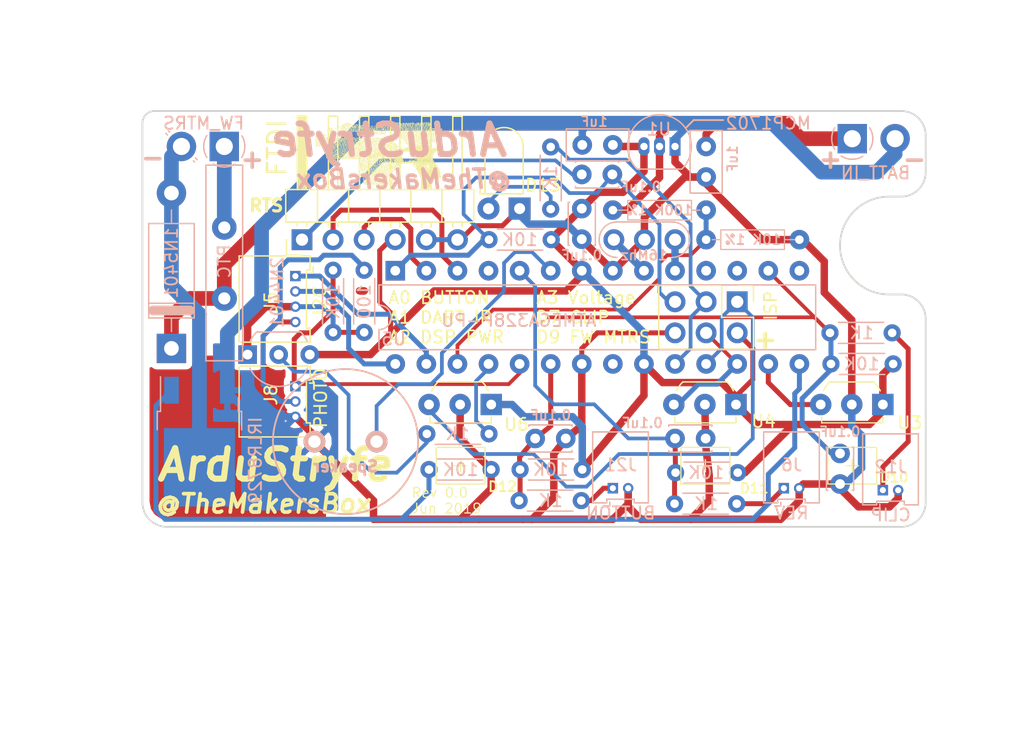
<source format=kicad_pcb>
(kicad_pcb (version 4) (host pcbnew 4.0.7)
  (title_block (date "lun. 30 mars 2015"))
  (layers (0 F.Cu signal) (31 B.Cu signal) (34 B.Paste user) (35 F.Paste user) (36 B.SilkS user) (37 F.SilkS user) (38 B.Mask user) (39 F.Mask user) (44 Edge.Cuts user))
  (net 0 "")
  (net 1 /Reset)
  (net 2 GND)
  (net 3 /A0)
  (net 4 /A1)
  (net 5 /A2)
  (net 6 /A3)
  (net 7 /AREF)
  (net 8 "/A4(SDA)")
  (net 9 "/A5(SCL)")
  (net 10 "/9(**)")
  (net 11 /8)
  (net 12 /7)
  (net 13 "/6(**)")
  (net 14 "/5(**)")
  (net 15 /4)
  (net 16 "/3(**)")
  (net 17 /2)
  (net 18 "/13(SCK)")
  (net 19 "/12(MISO)")
  (net 20 VCC)
  (net 21 "Net-(D2-Pad2)")
  (net 22 "Net-(U5-Pad9)")
  (net 23 "Net-(U5-Pad10)")
  (net 24 "/11(MOSI)")
  (net 25 "/10(SS)")
  (net 26 "/0(Rx)")
  (net 27 "/1(Tx)")
  (net 28 /#RTS)
  (net 29 "Net-(J6-Pad1)")
  (net 30 "Net-(J21-Pad1)")
  (net 31 "Net-(J8-Pad2)")
  (net 32 "Net-(F1-Pad2)")
  (net 33 /BATT)
  (net 34 "Net-(J12-Pad1)")
  (net 35 "Net-(Q3-Pad2)")
  (net 36 "Net-(J5-Pad3)")
  (net 37 "Net-(D1-Pad2)")
  (module Wire_Pads:SolderWirePad_single_2-5mmDrill (layer F.Cu) (at 46.998 82.365)
    (fp_text reference J14 hide)
    (fp_text value NPTH)
    (pad "" np_thru_hole circle (at 0 0) (size 3 3) (drill 3) (layers *.Cu *.Mask))
  )
  (module footprints:DIP-28_W7.62mm (layer B.Cu) (at 57.658 98.425 270)
    (fp_text reference U5 (at 5.588 0.127 540) (layer B.SilkS) (effects (justify mirror)))
    (fp_text value ATMEGA328P-PU (at 4.064 -10.0965 540) (layer B.SilkS) (effects (justify mirror)))
    (pad 1 thru_hole rect (at 0 0 270) (size 1.6 1.6) (drill 0.8) (layers *.Cu *.Mask) (net 1 /Reset))
    (pad 15 thru_hole oval (at 7.62 -33.02 270) (size 1.6 1.6) (drill 0.8) (layers *.Cu *.Mask) (net 10 "/9(**)"))
    (pad 2 thru_hole oval (at 0 -2.54 270) (size 1.6 1.6) (drill 0.8) (layers *.Cu *.Mask) (net 26 "/0(Rx)"))
    (pad 16 thru_hole oval (at 7.62 -30.48 270) (size 1.6 1.6) (drill 0.8) (layers *.Cu *.Mask) (net 25 "/10(SS)"))
    (pad 3 thru_hole oval (at 0 -5.08 270) (size 1.6 1.6) (drill 0.8) (layers *.Cu *.Mask) (net 27 "/1(Tx)"))
    (pad 17 thru_hole oval (at 7.62 -27.94 270) (size 1.6 1.6) (drill 0.8) (layers *.Cu *.Mask) (net 24 "/11(MOSI)"))
    (pad 4 thru_hole oval (at 0 -7.62 270) (size 1.6 1.6) (drill 0.8) (layers *.Cu *.Mask) (net 17 /2))
    (pad 18 thru_hole oval (at 7.62 -25.4 270) (size 1.6 1.6) (drill 0.8) (layers *.Cu *.Mask) (net 19 "/12(MISO)"))
    (pad 5 thru_hole oval (at 0 -10.16 270) (size 1.6 1.6) (drill 0.8) (layers *.Cu *.Mask) (net 16 "/3(**)"))
    (pad 19 thru_hole oval (at 7.62 -22.86 270) (size 1.6 1.6) (drill 0.8) (layers *.Cu *.Mask) (net 18 "/13(SCK)"))
    (pad 6 thru_hole oval (at 0 -12.7 270) (size 1.6 1.6) (drill 0.8) (layers *.Cu *.Mask) (net 15 /4))
    (pad 20 thru_hole oval (at 7.62 -20.32 270) (size 1.6 1.6) (drill 0.8) (layers *.Cu *.Mask) (net 20 VCC))
    (pad 7 thru_hole oval (at 0 -15.24 270) (size 1.6 1.6) (drill 0.8) (layers *.Cu *.Mask) (net 20 VCC))
    (pad 21 thru_hole oval (at 7.62 -17.78 270) (size 1.6 1.6) (drill 0.8) (layers *.Cu *.Mask) (net 7 /AREF))
    (pad 8 thru_hole oval (at 0 -17.78 270) (size 1.6 1.6) (drill 0.8) (layers *.Cu *.Mask) (net 2 GND))
    (pad 22 thru_hole oval (at 7.62 -15.24 270) (size 1.6 1.6) (drill 0.8) (layers *.Cu *.Mask) (net 2 GND))
    (pad 9 thru_hole oval (at 0 -20.32 270) (size 1.6 1.6) (drill 0.8) (layers *.Cu *.Mask) (net 22 "Net-(U5-Pad9)"))
    (pad 23 thru_hole oval (at 7.62 -12.7 270) (size 1.6 1.6) (drill 0.8) (layers *.Cu *.Mask) (net 3 /A0))
    (pad 10 thru_hole oval (at 0 -22.86 270) (size 1.6 1.6) (drill 0.8) (layers *.Cu *.Mask) (net 23 "Net-(U5-Pad10)"))
    (pad 24 thru_hole oval (at 7.62 -10.16 270) (size 1.6 1.6) (drill 0.8) (layers *.Cu *.Mask) (net 4 /A1))
    (pad 11 thru_hole oval (at 0 -25.4 270) (size 1.6 1.6) (drill 0.8) (layers *.Cu *.Mask) (net 14 "/5(**)"))
    (pad 25 thru_hole oval (at 7.62 -7.62 270) (size 1.6 1.6) (drill 0.8) (layers *.Cu *.Mask) (net 5 /A2))
    (pad 12 thru_hole oval (at 0 -27.94 270) (size 1.6 1.6) (drill 0.8) (layers *.Cu *.Mask) (net 13 "/6(**)"))
    (pad 26 thru_hole oval (at 7.62 -5.08 270) (size 1.6 1.6) (drill 0.8) (layers *.Cu *.Mask) (net 6 /A3))
    (pad 13 thru_hole oval (at 0 -30.48 270) (size 1.6 1.6) (drill 0.8) (layers *.Cu *.Mask) (net 12 /7))
    (pad 27 thru_hole oval (at 7.62 -2.54 270) (size 1.6 1.6) (drill 0.8) (layers *.Cu *.Mask) (net 8 "/A4(SDA)"))
    (pad 14 thru_hole oval (at 0 -33.02 270) (size 1.6 1.6) (drill 0.8) (layers *.Cu *.Mask) (net 11 /8))
    (pad 28 thru_hole oval (at 7.62 0 270) (size 1.6 1.6) (drill 0.8) (layers *.Cu *.Mask) (net 9 "/A5(SCL)"))
  )
  (module footprints:TerminalBlock_P3.50mm_Horizontal (layer B.Cu) (at 94.998 87.63)
    (fp_text reference J2 hide)
    (fp_text value BATT_IN (at 1.903 2.794 180) (layer B.SilkS) (effects (justify mirror)))
    (pad 1 thru_hole rect (at 0 0) (size 2.4 2.4) (drill 1.4) (layers *.Cu *.Mask) (net 33 /BATT))
    (pad 2 thru_hole circle (at 3.5 0) (size 2.4 2.4) (drill 1.4) (layers *.Cu *.Mask) (net 2 GND))
  )
  (module footprints:TerminalBlock_P3.50mm_Horizontal (layer B.Cu) (at 43.688 88.265 180)
    (fp_text reference J9 hide)
    (fp_text value FW_MTRS (at 1.69 1.9 360) (layer B.SilkS) (effects (justify mirror)))
    (pad 1 thru_hole rect (at 0 0 180) (size 2.4 2.4) (drill 1.4) (layers *.Cu *.Mask) (net 32 "Net-(F1-Pad2)"))
    (pad 2 thru_hole circle (at 3.5 0 180) (size 2.4 2.4) (drill 1.4) (layers *.Cu *.Mask) (net 37 "Net-(D1-Pad2)"))
  )
  (module footprints:Resonator-3pin_w7.0mm_h2.5mm (layer B.Cu) (at 80.518 95.885 180)
    (fp_text reference Y1 hide)
    (fp_text value 16Mhz (at 2.54 -1.27 180) (layer B.SilkS) (effects (font (size 0.8 0.8)) (justify mirror)))
    (pad 1 thru_hole circle (at 0 0 180) (size 1.7 1.7) (drill 1) (layers *.Cu *.Mask) (net 23 "Net-(U5-Pad10)"))
    (pad 2 thru_hole circle (at 2.5 0 180) (size 1.7 1.7) (drill 1) (layers *.Cu *.Mask) (net 2 GND))
    (pad 3 thru_hole circle (at 5 0 180) (size 1.7 1.7) (drill 1) (layers *.Cu *.Mask) (net 22 "Net-(U5-Pad9)"))
  )
  (module footprints:D_DO-15_P12.70mm_Horizontal (layer B.Cu) (at 39.37 104.775 90)
    (fp_text reference D1 hide)
    (fp_text value 1N5401 (at 6.985 0 90) (layer B.SilkS) (effects (justify mirror)))
    (pad 1 thru_hole rect (at 0 0 90) (size 2.4 2.4) (drill 1.2) (layers *.Cu *.Mask) (net 33 /BATT))
    (pad 2 thru_hole oval (at 12.7 0 90) (size 2.4 2.4) (drill 1.2) (layers *.Cu *.Mask) (net 37 "Net-(D1-Pad2)"))
  )
  (module Wire_Pads:SolderWirePad_single_2-5mmDrill (layer F.Cu) (at 86.998 91.365)
    (fp_text reference J14 hide)
    (fp_text value NPTH)
    (pad "" np_thru_hole circle (at 0 0) (size 3 3) (drill 3) (layers *.Cu *.Mask))
  )
  (module footprints:Hall_Sensor (layer F.Cu) (at 97.498 109.365 180)
    (fp_text reference U3 (at -2.197 -1.506 360) (layer F.SilkS))
    (fp_text value "HALL SENSOR" hide)
    (pad 3 thru_hole circle (at 5.08 0 270) (size 1.75 1.75) (drill 0.8) (layers *.Cu *.Mask) (net 25 "/10(SS)"))
    (pad 2 thru_hole circle (at 2.54 0 270) (size 1.75 1.75) (drill 0.8) (layers *.Cu *.Mask) (net 2 GND))
    (pad 1 thru_hole rect (at 0 0 270) (size 1.75 1.75) (drill 0.8) (layers *.Cu *.Mask) (net 20 VCC))
  )
  (module footprints:SPEAKER (layer B.Cu) (at 53.594 112.395 90)
    (fp_text reference LS1 hide)
    (fp_text value Speaker (at -2.032 0 180) (layer B.SilkS) (effects (font (size 0.889 0.889) (thickness 0.22225)) (justify mirror)))
    (pad 2 thru_hole circle (at 0 -2.54 90) (size 1.778 1.778) (drill 1.016) (layers *.Cu *.Mask B.SilkS) (net 2 GND))
    (pad 1 thru_hole circle (at 0 2.54 90) (size 1.778 1.778) (drill 1.016) (layers *.Cu *.Mask B.SilkS) (net 15 /4))
  )
  (module footprints:R__P5.08mm (layer B.Cu) (at 95.758 106.045)
    (fp_text reference R10 hide)
    (fp_text value 10K (at 0 0) (layer B.SilkS) (effects (justify mirror)))
    (pad 1 thru_hole circle (at -2.5 0) (size 1.4 1.4) (drill 0.7) (layers *.Cu *.Mask) (net 12 /7))
    (pad 2 thru_hole oval (at 2.58 0) (size 1.4 1.4) (drill 0.7) (layers *.Cu *.Mask) (net 20 VCC))
  )
  (module footprints:R__P5.08mm (layer B.Cu) (at 83.058 114.935)
    (fp_text reference R6 hide)
    (fp_text value 10K (at 0 0) (layer B.SilkS) (effects (justify mirror)))
    (pad 1 thru_hole circle (at -2.5 0) (size 1.4 1.4) (drill 0.7) (layers *.Cu *.Mask) (net 16 "/3(**)"))
    (pad 2 thru_hole oval (at 2.58 0) (size 1.4 1.4) (drill 0.7) (layers *.Cu *.Mask) (net 20 VCC))
  )
  (module footprints:R__P5.08mm (layer B.Cu) (at 95.758 103.505 180)
    (fp_text reference R11 hide)
    (fp_text value 1K (at 0 0 180) (layer B.SilkS) (effects (justify mirror)))
    (pad 1 thru_hole circle (at -2.5 0 180) (size 1.4 1.4) (drill 0.7) (layers *.Cu *.Mask) (net 34 "Net-(J12-Pad1)"))
    (pad 2 thru_hole oval (at 2.58 0 180) (size 1.4 1.4) (drill 0.7) (layers *.Cu *.Mask) (net 12 /7))
  )
  (module footprints:R__P5.08mm (layer B.Cu) (at 83.058 117.475 180)
    (fp_text reference R7 hide)
    (fp_text value 1K (at 0 0 180) (layer B.SilkS) (effects (justify mirror)))
    (pad 1 thru_hole circle (at -2.5 0 180) (size 1.4 1.4) (drill 0.7) (layers *.Cu *.Mask) (net 29 "Net-(J6-Pad1)"))
    (pad 2 thru_hole oval (at 2.58 0 180) (size 1.4 1.4) (drill 0.7) (layers *.Cu *.Mask) (net 16 "/3(**)"))
  )
  (module footprints:C_Disc_D5.0mm_W2.5mm_P2.50mm (layer B.Cu) (at 83.058 88.265 270)
    (fp_text reference C1 hide)
    (fp_text value 1uF (at 1.016 -2.159 270) (layer B.SilkS) (effects (font (size 0.8 0.8)) (justify mirror)))
    (pad 1 thru_hole circle (at 0 0 270) (size 1.6 1.6) (drill 0.8) (layers *.Cu *.Mask) (net 33 /BATT))
    (pad 2 thru_hole circle (at 2.5 0 270) (size 1.6 1.6) (drill 0.8) (layers *.Cu *.Mask) (net 2 GND))
  )
  (module footprints:C_Disc_D5.0mm_W2.5mm_P2.50mm (layer B.Cu) (at 75.438 88.138 180)
    (fp_text reference C4 hide)
    (fp_text value 1uF (at 1.524 1.905 180) (layer B.SilkS) (effects (font (size 0.8 0.8)) (justify mirror)))
    (pad 1 thru_hole circle (at 0 0 180) (size 1.6 1.6) (drill 0.8) (layers *.Cu *.Mask) (net 20 VCC))
    (pad 2 thru_hole circle (at 2.5 0 180) (size 1.6 1.6) (drill 0.8) (layers *.Cu *.Mask) (net 2 GND))
  )
  (module footprints:C_Disc_D3.4mm_W2.1mm_P2.50mm (layer B.Cu) (at 80.518 112.141)
    (fp_text reference C7 hide)
    (fp_text value 0.1uF (at -2.667 -1.27) (layer B.SilkS) (effects (font (size 0.8 0.8)) (justify mirror)))
    (pad 1 thru_hole circle (at 0 0) (size 1.6 1.6) (drill 0.8) (layers *.Cu *.Mask) (net 16 "/3(**)"))
    (pad 2 thru_hole circle (at 2.5 0) (size 1.6 1.6) (drill 0.8) (layers *.Cu *.Mask) (net 2 GND))
  )
  (module footprints:C_Disc_D3.4mm_W2.1mm_P2.50mm (layer B.Cu) (at 93.998 113.365 270)
    (fp_text reference C8 hide)
    (fp_text value 0.1uF (at -1.778 0 360) (layer B.SilkS) (effects (font (size 0.8 0.8)) (justify mirror)))
    (pad 1 thru_hole circle (at 0 0 270) (size 1.6 1.6) (drill 0.8) (layers *.Cu *.Mask) (net 12 /7))
    (pad 2 thru_hole circle (at 2.5 0 270) (size 1.6 1.6) (drill 0.8) (layers *.Cu *.Mask) (net 2 GND))
  )
  (module footprints:LED_D3.0mm_Horizontal_O1.27mm_Z10.0mm (layer F.Cu) (at 67.818 93.345 180)
    (fp_text reference D2 hide)
    (fp_text value D13 (at -1.905 1.905 180) (layer F.SilkS))
    (pad 1 thru_hole rect (at 0 0 180) (size 1.8 1.8) (drill 0.9) (layers *.Cu *.Mask) (net 2 GND))
    (pad 2 thru_hole circle (at 2.54 0 180) (size 1.8 1.8) (drill 0.9) (layers *.Cu *.Mask) (net 21 "Net-(D2-Pad2)"))
  )
  (module footprints:Molex_PicoBlade_53048-0210_02x1.25mm_Angled (layer B.Cu) (at 97.498 116.365)
    (fp_text reference J12 (at 0.635 -1.905) (layer B.SilkS) (effects (justify mirror)))
    (fp_text value CLIP (at 0.635 2.032) (layer B.SilkS) (effects (justify mirror)))
    (pad 1 thru_hole rect (at 0 0) (size 0.85 0.85) (drill 0.5) (layers *.Cu *.Mask) (net 34 "Net-(J12-Pad1)"))
    (pad 2 thru_hole circle (at 1.25 0) (size 0.85 0.85) (drill 0.5) (layers *.Cu *.Mask) (net 2 GND))
  )
  (module footprints:TO-92_Inline_Narrow_Oval (layer B.Cu) (at 80.518 88.265 180)
    (fp_text reference U1 (at 1.32 1.41 180) (layer B.SilkS) (effects (justify mirror)))
    (fp_text value MCP1702 (at -7.62 1.905 180) (layer B.SilkS) (effects (justify mirror)))
    (pad 2 thru_hole oval (at 1.27 0) (size 0.9 1.5) (drill 0.6) (layers *.Cu *.Mask) (net 33 /BATT))
    (pad 3 thru_hole oval (at 2.54 0) (size 0.9 1.5) (drill 0.6) (layers *.Cu *.Mask) (net 20 VCC))
    (pad 1 thru_hole rect (at 0 0) (size 0.9 1.5) (drill 0.6) (layers *.Cu *.Mask) (net 2 GND))
  )
  (module footprints:Molex_PicoBlade_53048-0410_04x1.25mm_Angled (layer F.Cu) (at 49.498 98.865 270)
    (fp_text reference J5 (at 2.1 2 270) (layer F.SilkS))
    (fp_text value I2C (at 2 -2 450) (layer F.SilkS))
    (pad 1 thru_hole rect (at 0 0 270) (size 0.85 0.85) (drill 0.5) (layers *.Cu *.Mask) (net 8 "/A4(SDA)"))
    (pad 2 thru_hole circle (at 1.25 0 270) (size 0.85 0.85) (drill 0.5) (layers *.Cu *.Mask) (net 9 "/A5(SCL)"))
    (pad 3 thru_hole circle (at 2.5 0 270) (size 0.85 0.85) (drill 0.5) (layers *.Cu *.Mask) (net 36 "Net-(J5-Pad3)"))
    (pad 4 thru_hole circle (at 3.75 0 270) (size 0.85 0.85) (drill 0.5) (layers *.Cu *.Mask) (net 2 GND))
  )
  (module footprints:C_Disc_D3.4mm_W2.1mm_P2.50mm (layer B.Cu) (at 72.898 93.345 270)
    (fp_text reference C5 hide)
    (fp_text value 0.1uF (at 3.81 0 360) (layer B.SilkS) (effects (font (size 0.8 0.8)) (justify mirror)))
    (pad 1 thru_hole circle (at 0 0 270) (size 1.6 1.6) (drill 0.8) (layers *.Cu *.Mask) (net 20 VCC))
    (pad 2 thru_hole circle (at 2.5 0 270) (size 1.6 1.6) (drill 0.8) (layers *.Cu *.Mask) (net 2 GND))
  )
  (module footprints:C_Disc_D3.4mm_W2.1mm_P2.50mm (layer B.Cu) (at 72.898 90.551)
    (fp_text reference C9 hide)
    (fp_text value 0.1uF (at 4.826 1.016 180) (layer B.SilkS) (effects (font (size 0.8 0.8)) (justify mirror)))
    (pad 1 thru_hole circle (at 0 0) (size 1.6 1.6) (drill 0.8) (layers *.Cu *.Mask) (net 28 /#RTS))
    (pad 2 thru_hole circle (at 2.5 0) (size 1.6 1.6) (drill 0.8) (layers *.Cu *.Mask) (net 1 /Reset))
  )
  (module footprints:R__P5.08mm (layer B.Cu) (at 67.818 95.885)
    (fp_text reference R17 hide)
    (fp_text value 10K (at 0 0) (layer B.SilkS) (effects (justify mirror)))
    (pad 1 thru_hole circle (at -2.5 0) (size 1.4 1.4) (drill 0.7) (layers *.Cu *.Mask) (net 1 /Reset))
    (pad 2 thru_hole oval (at 2.58 0) (size 1.4 1.4) (drill 0.7) (layers *.Cu *.Mask) (net 20 VCC))
  )
  (module footprints:C_Disc_D3.4mm_W2.1mm_P2.50mm (layer B.Cu) (at 69.088 112.141)
    (fp_text reference C10 hide)
    (fp_text value 0.1uF (at 1.27 -1.905) (layer B.SilkS) (effects (font (size 0.8 0.8)) (justify mirror)))
    (pad 1 thru_hole circle (at 0 0) (size 1.6 1.6) (drill 0.8) (layers *.Cu *.Mask) (net 3 /A0))
    (pad 2 thru_hole circle (at 2.5 0) (size 1.6 1.6) (drill 0.8) (layers *.Cu *.Mask) (net 2 GND))
  )
  (module footprints:R__P5.08mm (layer B.Cu) (at 70.358 117.221 180)
    (fp_text reference R18 hide)
    (fp_text value 1K (at 0 0 180) (layer B.SilkS) (effects (justify mirror)))
    (pad 1 thru_hole circle (at -2.5 0 180) (size 1.4 1.4) (drill 0.7) (layers *.Cu *.Mask) (net 30 "Net-(J21-Pad1)"))
    (pad 2 thru_hole oval (at 2.58 0 180) (size 1.4 1.4) (drill 0.7) (layers *.Cu *.Mask) (net 3 /A0))
  )
  (module footprints:R__P5.08mm (layer B.Cu) (at 70.358 114.681)
    (fp_text reference R19 hide)
    (fp_text value 10K (at 0 0) (layer B.SilkS) (effects (justify mirror)))
    (pad 1 thru_hole circle (at -2.5 0) (size 1.4 1.4) (drill 0.7) (layers *.Cu *.Mask) (net 3 /A0))
    (pad 2 thru_hole oval (at 2.58 0) (size 1.4 1.4) (drill 0.7) (layers *.Cu *.Mask) (net 20 VCC))
  )
  (module footprints:Hall_Sensor (layer F.Cu) (at 85.498 109.365 180)
    (fp_text reference U4 (at -2.259 -1.379 360) (layer F.SilkS))
    (fp_text value "HALL SENSOR" hide)
    (pad 3 thru_hole circle (at 5.08 0 270) (size 1.75 1.75) (drill 0.8) (layers *.Cu *.Mask) (net 24 "/11(MOSI)"))
    (pad 2 thru_hole circle (at 2.54 0 270) (size 1.75 1.75) (drill 0.8) (layers *.Cu *.Mask) (net 2 GND))
    (pad 1 thru_hole rect (at 0 0 270) (size 1.75 1.75) (drill 0.8) (layers *.Cu *.Mask) (net 20 VCC))
  )
  (module footprints:Hall_Sensor (layer F.Cu) (at 65.498 109.365 180)
    (fp_text reference U6 (at -2.066 -1.633 360) (layer F.SilkS))
    (fp_text value "HALL SENSOR" hide)
    (pad 3 thru_hole circle (at 5.08 0 270) (size 1.75 1.75) (drill 0.8) (layers *.Cu *.Mask) (net 19 "/12(MISO)"))
    (pad 2 thru_hole circle (at 2.54 0 270) (size 1.75 1.75) (drill 0.8) (layers *.Cu *.Mask) (net 2 GND))
    (pad 1 thru_hole rect (at 0 0 270) (size 1.75 1.75) (drill 0.8) (layers *.Cu *.Mask) (net 20 VCC))
  )
  (module footprints:R__P5.08mm (layer B.Cu) (at 52.578 100.965 90)
    (fp_text reference R20 hide)
    (fp_text value 10K (at 0 0 90) (layer B.SilkS) (effects (justify mirror)))
    (pad 1 thru_hole circle (at -2.5 0 90) (size 1.4 1.4) (drill 0.7) (layers *.Cu *.Mask) (net 36 "Net-(J5-Pad3)"))
    (pad 2 thru_hole oval (at 2.58 0 90) (size 1.4 1.4) (drill 0.7) (layers *.Cu *.Mask) (net 4 /A1))
  )
  (module footprints:R__P5.08mm (layer B.Cu) (at 55.118 100.965 90)
    (fp_text reference R21 hide)
    (fp_text value 100 (at 0 0 90) (layer B.SilkS) (effects (justify mirror)))
    (pad 1 thru_hole circle (at -2.5 0 90) (size 1.4 1.4) (drill 0.7) (layers *.Cu *.Mask) (net 36 "Net-(J5-Pad3)"))
    (pad 2 thru_hole oval (at 2.58 0 90) (size 1.4 1.4) (drill 0.7) (layers *.Cu *.Mask) (net 31 "Net-(J8-Pad2)"))
  )
  (module footprints:Pin_Header_Angled_1x06_Pitch2.54mm (layer F.Cu) (at 50.038 95.885 90)
    (fp_text reference J7 hide)
    (fp_text value FTDI)
    (pad 1 thru_hole rect (at 0 0 90) (size 1.7 1.7) (drill 1) (layers *.Cu *.Mask) (net 28 /#RTS))
    (pad 2 thru_hole oval (at 0 2.54 90) (size 1.7 1.7) (drill 1) (layers *.Cu *.Mask) (net 27 "/1(Tx)"))
    (pad 3 thru_hole oval (at 0 5.08 90) (size 1.7 1.7) (drill 1) (layers *.Cu *.Mask) (net 26 "/0(Rx)"))
    (pad 4 thru_hole oval (at 0 7.62 90) (size 1.7 1.7) (drill 1) (layers *.Cu *.Mask) (net 20 VCC))
    (pad 5 thru_hole oval (at 0 10.16 90) (size 1.7 1.7) (drill 1) (layers *.Cu *.Mask) (net 2 GND))
    (pad 6 thru_hole oval (at 0 12.7 90) (size 1.7 1.7) (drill 1) (layers *.Cu *.Mask) (net 2 GND))
  )
  (module footprints:Fuse_Littelfuse-LVR125 (layer B.Cu) (at 43.688 97.79 90)
    (fp_text reference F1 hide)
    (fp_text value PTC (at 0.127 0 90) (layer B.SilkS) (effects (justify mirror)))
    (pad 1 thru_hole circle (at -2.9 0 90) (size 2 2) (drill 1) (layers *.Cu *.Mask) (net 33 /BATT))
    (pad 2 thru_hole circle (at 2.9 0 90) (size 2 2) (drill 1) (layers *.Cu *.Mask) (net 32 "Net-(F1-Pad2)"))
  )
  (module footprints:Molex_PicoBlade_53048-0310_03x1.25mm_Angled (layer F.Cu) (at 49.498 107.865 270)
    (fp_text reference J8 (at 0.72 2 270) (layer F.SilkS))
    (fp_text value PHOTO (at 0.974 -2.064 270) (layer F.SilkS))
    (pad 1 thru_hole rect (at 0 0 270) (size 0.85 0.85) (drill 0.5) (layers *.Cu *.Mask) (net 4 /A1))
    (pad 2 thru_hole circle (at 1.25 0 270) (size 0.85 0.85) (drill 0.5) (layers *.Cu *.Mask) (net 31 "Net-(J8-Pad2)"))
    (pad 3 thru_hole circle (at 2.5 0 270) (size 0.85 0.85) (drill 0.5) (layers *.Cu *.Mask) (net 2 GND))
  )
  (module footprints:Molex_PicoBlade_53048-0210_02x1.25mm_Angled (layer B.Cu) (at 75.438 116.205)
    (fp_text reference J21 (at 0.635 -1.905) (layer B.SilkS) (effects (justify mirror)))
    (fp_text value BUTTON (at 0.635 2.032) (layer B.SilkS) (effects (justify mirror)))
    (pad 1 thru_hole rect (at 0 0) (size 0.85 0.85) (drill 0.5) (layers *.Cu *.Mask) (net 30 "Net-(J21-Pad1)"))
    (pad 2 thru_hole circle (at 1.25 0) (size 0.85 0.85) (drill 0.5) (layers *.Cu *.Mask) (net 2 GND))
  )
  (module footprints:Molex_PicoBlade_53048-0210_02x1.25mm_Angled (layer B.Cu) (at 89.408 116.205)
    (fp_text reference J6 (at 0.635 -1.905) (layer B.SilkS) (effects (justify mirror)))
    (fp_text value REV (at 0.635 2.032) (layer B.SilkS) (effects (justify mirror)))
    (pad 1 thru_hole rect (at 0 0) (size 0.85 0.85) (drill 0.5) (layers *.Cu *.Mask) (net 29 "Net-(J6-Pad1)"))
    (pad 2 thru_hole circle (at 1.25 0) (size 0.85 0.85) (drill 0.5) (layers *.Cu *.Mask) (net 2 GND))
  )
  (module footprints:R__P5.08mm (layer B.Cu) (at 70.358 90.805 270)
    (fp_text reference R2 hide)
    (fp_text value 1K (at 0 0 270) (layer B.SilkS) (effects (justify mirror)))
    (pad 1 thru_hole circle (at -2.5 0 270) (size 1.4 1.4) (drill 0.7) (layers *.Cu *.Mask) (net 18 "/13(SCK)"))
    (pad 2 thru_hole oval (at 2.58 0 270) (size 1.4 1.4) (drill 0.7) (layers *.Cu *.Mask) (net 21 "Net-(D2-Pad2)"))
  )
  (module footprints:R_7.5mm (layer B.Cu) (at 83.058 93.472 180)
    (fp_text reference R8)
    (fp_text value "100K 1%" (at 3.81 0 180) (layer B.SilkS) (effects (font (size 0.8 0.8)) (justify mirror)))
    (pad 1 thru_hole circle (at 0 0 180) (size 1.6 1.6) (drill 0.7) (layers *.Cu *.Mask) (net 6 /A3))
    (pad 2 thru_hole circle (at 7.62 0 180) (size 1.6 1.6) (drill 0.7) (layers *.Cu *.Mask) (net 33 /BATT))
  )
  (module footprints:R_7.5mm (layer B.Cu) (at 83.058 95.885)
    (fp_text reference R12)
    (fp_text value "10K 1%" (at 3.81 0) (layer B.SilkS) (effects (font (size 0.8 0.8)) (justify mirror)))
    (pad 1 thru_hole circle (at 0 0) (size 1.6 1.6) (drill 0.7) (layers *.Cu *.Mask) (net 6 /A3))
    (pad 2 thru_hole circle (at 7.62 0) (size 1.6 1.6) (drill 0.7) (layers *.Cu *.Mask) (net 2 GND))
  )
  (module footprints:R__P5.08mm (layer B.Cu) (at 62.992 114.681 180)
    (fp_text reference R9 hide)
    (fp_text value 10K (at 0 0 180) (layer B.SilkS) (effects (justify mirror)))
    (pad 1 thru_hole circle (at -2.5 0 180) (size 1.4 1.4) (drill 0.7) (layers *.Cu *.Mask) (net 2 GND))
    (pad 2 thru_hole oval (at 2.58 0 180) (size 1.4 1.4) (drill 0.7) (layers *.Cu *.Mask) (net 10 "/9(**)"))
  )
  (module footprints:R__P5.08mm (layer B.Cu) (at 62.738 111.76)
    (fp_text reference R1 hide)
    (fp_text value 1K (at 0 0) (layer B.SilkS) (effects (justify mirror)))
    (pad 1 thru_hole circle (at -2.5 0) (size 1.4 1.4) (drill 0.7) (layers *.Cu *.Mask) (net 35 "Net-(Q3-Pad2)"))
    (pad 2 thru_hole oval (at 2.58 0) (size 1.4 1.4) (drill 0.7) (layers *.Cu *.Mask) (net 5 /A2))
  )
  (module footprints:TO-252-3_TabPin2 (layer B.Cu) (at 41.656 112.395 270)
    (fp_text reference Q1 hide)
    (fp_text value IRLR8729 (at 1.524 -4.572 270) (layer B.SilkS) (effects (justify mirror)))
    (pad 1 smd rect (at -4.2 2.28 270) (size 2.2 1.2) (layers B.Cu B.Paste B.Mask) (net 10 "/9(**)"))
    (pad 3 smd rect (at -4.2 -2.28 270) (size 2.2 1.2) (layers B.Cu B.Paste B.Mask) (net 2 GND))
    (pad 2 smd rect (at 2.1 0 270) (size 6.4 5.8) (layers B.Cu B.Mask) (net 37 "Net-(D1-Pad2)"))
    (pad 2 smd rect (at 3.775 -1.525 270) (size 3.05 2.75) (layers B.Cu B.Paste) (net 37 "Net-(D1-Pad2)"))
    (pad 2 smd rect (at 0.425 1.525 270) (size 3.05 2.75) (layers B.Cu B.Paste) (net 37 "Net-(D1-Pad2)"))
    (pad 2 smd rect (at 3.775 1.525 270) (size 3.05 2.75) (layers B.Cu B.Paste) (net 37 "Net-(D1-Pad2)"))
    (pad 2 smd rect (at 0.425 -1.525 270) (size 3.05 2.75) (layers B.Cu B.Paste) (net 37 "Net-(D1-Pad2)"))
  )
  (module TO_SOT_Packages_THT:TO-92_Inline_Wide (layer B.Cu) (at 45.593 105.283)
    (fp_text reference Q3 hide)
    (fp_text value 2N4401 (at 2.413 -5.08 90) (layer B.SilkS) (effects (justify mirror)))
    (pad 2 thru_hole circle (at 2.54 0 270) (size 1.52 1.52) (drill 0.8) (layers *.Cu *.Mask) (net 35 "Net-(Q3-Pad2)"))
    (pad 3 thru_hole circle (at 5.08 0 270) (size 1.52 1.52) (drill 0.8) (layers *.Cu *.Mask) (net 20 VCC))
    (pad 1 thru_hole rect (at 0 0 270) (size 1.52 1.52) (drill 0.8) (layers *.Cu *.Mask) (net 36 "Net-(J5-Pad3)"))
  )
  (module footprints:stryfe (layer F.Cu) (at 56.388 89.027)
    (fp_text reference G*** hide)
    (fp_text value LOGO hide)
  )
  (module Pin_Headers:Pin_Header_Straight_2x03_Pitch2.54mm (layer F.Cu) (at 85.598 100.965 270)
    (fp_text reference CON1 hide)
    (fp_text value ISP (at 0.3175 -2.7305 270) (layer F.SilkS))
    (pad 1 thru_hole rect (at 0 0 270) (size 1.7 1.7) (drill 1) (layers *.Cu *.Mask) (net 19 "/12(MISO)"))
    (pad 2 thru_hole oval (at 2.54 0 270) (size 1.7 1.7) (drill 1) (layers *.Cu *.Mask) (net 20 VCC))
    (pad 3 thru_hole oval (at 0 2.54 270) (size 1.7 1.7) (drill 1) (layers *.Cu *.Mask) (net 18 "/13(SCK)"))
    (pad 4 thru_hole oval (at 2.54 2.54 270) (size 1.7 1.7) (drill 1) (layers *.Cu *.Mask) (net 24 "/11(MOSI)"))
    (pad 5 thru_hole oval (at 0 5.08 270) (size 1.7 1.7) (drill 1) (layers *.Cu *.Mask) (net 1 /Reset))
    (pad 6 thru_hole oval (at 2.54 5.08 270) (size 1.7 1.7) (drill 1) (layers *.Cu *.Mask) (net 2 GND))
  )
  (gr_text @TheMakersBox (at 58.42 90.932) (layer B.SilkS) (effects (font (size 1.5 1.5) (thickness 0.3) italic) (justify mirror)))
  (gr_text ArduStryfe (at 67.056 87.757) (layer B.SilkS) (effects (font (size 2.5 2.5) (thickness 0.5) italic) (justify left mirror)))
  (gr_text + (at 87.884 104.013) (layer F.SilkS) (effects (font (size 1.5 1.5) (thickness 0.3))))
  (gr_text "A3 Voltage\nD7 CLIP\nD9 FW MTRS\n" (at 69.088 102.235) (layer F.SilkS) (effects (font (size 1 1)) (justify left)))
  (gr_text "A0 BUTTON\nA1 DART IR\nA2 DSP PWR" (at 57.023 102.235) (layer F.SilkS) (effects (font (size 1 1)) (justify left)))
  (gr_line (start 82.042 86.106) (end 84.455 86.106) (angle 90) (layer B.SilkS) (width 0.15))
  (gr_line (start 81.407 86.741) (end 82.042 86.106) (angle 90) (layer B.SilkS) (width 0.15))
  (gr_line (start 100.998 87.365) (end 100.998 90.365) (angle 90) (layer Edge.Cuts) (width 0.15))
  (gr_line (start 37.998 85.365) (end 98.998 85.365) (angle 90) (layer Edge.Cuts) (width 0.15))
  (gr_line (start 36.998 117.365) (end 36.998 86.365) (angle 90) (layer Edge.Cuts) (width 0.15))
  (gr_text - (at 100.076 89.281) (layer B.SilkS) (effects (font (size 1.5 1.5) (thickness 0.3)) (justify mirror)))
  (gr_line (start 38.998 119.365) (end 98.998 119.365) (angle 90) (layer Edge.Cuts) (width 0.15))
  (gr_line (start 97.998 100.365) (end 98.998 100.365) (angle 90) (layer Edge.Cuts) (width 0.15))
  (gr_line (start 97.998 92.365) (end 98.998 92.365) (angle 90) (layer Edge.Cuts) (width 0.15))
  (gr_text + (at 93.218 89.281) (layer B.SilkS) (effects (font (size 1.5 1.5) (thickness 0.3)) (justify mirror)))
  (gr_text - (at 37.846 89.154) (layer B.SilkS) (effects (font (size 1.5 1.5) (thickness 0.3)) (justify mirror)))
  (gr_text + (at 45.974 89.281) (layer B.SilkS) (effects (font (size 1.5 1.5) (thickness 0.3)) (justify mirror)))
  (gr_text RTS (at 47.117 93.091) (layer F.SilkS) (effects (font (size 1 1) (thickness 0.25))))
  (gr_line (start 100.998 102.365) (end 100.998 117.365) (angle 90) (layer Edge.Cuts) (width 0.15))
  (gr_arc (start 97.998 96.365) (end 93.998 96.365) (angle 90) (layer Edge.Cuts) (width 0.15))
  (gr_arc (start 97.998 96.365) (end 97.998 100.365) (angle 90) (layer Edge.Cuts) (width 0.15))
  (gr_arc (start 98.998 90.365) (end 100.998 90.365) (angle 90) (layer Edge.Cuts) (width 0.15))
  (gr_arc (start 98.998 102.365) (end 98.998 100.365) (angle 90) (layer Edge.Cuts) (width 0.15))
  (gr_arc (start 37.998 86.365) (end 36.998 86.365) (angle 90) (layer Edge.Cuts) (width 0.15))
  (gr_arc (start 98.998 87.365) (end 98.998 85.365) (angle 90) (layer Edge.Cuts) (width 0.15))
  (gr_arc (start 98.998 117.365) (end 100.998 117.365) (angle 90) (layer Edge.Cuts) (width 0.15))
  (gr_arc (start 38.998 117.365) (end 38.998 119.365) (angle 90) (layer Edge.Cuts) (width 0.15))
  (gr_text ArduStryfe (at 37.973 114.3) (layer F.SilkS) (effects (font (size 2.5 2.5) (thickness 0.5) italic) (justify left)))
  (gr_text D12 (at 66.421 116.078) (layer F.SilkS) (effects (font (size 0.8 0.8))))
  (gr_text D11 (at 86.995 116.205) (layer F.SilkS) (effects (font (size 0.8 0.8))))
  (gr_text D10 (at 98.425 115.316) (layer F.SilkS) (effects (font (size 0.8 0.8))))
  (gr_text FTDI (at 47.998 88.365 90) (layer F.SilkS) (effects (font (size 1.5 1.5) (thickness 0.2))))
  (gr_text @TheMakersBox (at 46.863 117.475) (layer F.SilkS) (effects (font (size 1.5 1.5) (thickness 0.3) italic)))
  (gr_text "Rev 0.0\nJun 2019" (at 58.928 117.221) (layer F.SilkS) (effects (font (size 0.8 0.8) (thickness 0.1)) (justify left)))
  (segment (start 55.118 100.076) (end 54.737 100.076) (width 0.6096) (layer F.Cu) (net 0))
  (segment (start 55.118 100.076) (end 54.864 100.076) (width 0.6096) (layer F.Cu) (net 0))
  (segment (start 80.518 100.965) (end 80.01 100.965) (width 0.3048) (layer B.Cu) (net 1))
  (segment (start 80.01 100.965) (end 79.248 100.203) (width 0.3048) (layer B.Cu) (net 1))
  (segment (start 79.248 100.203) (end 79.248 94.655) (width 0.3048) (layer B.Cu) (net 1))
  (segment (start 79.248 94.655) (end 75.398 90.551) (width 0.3048) (layer B.Cu) (net 1))
  (segment (start 65.532 90.805) (end 64.262 90.805) (width 0.3048) (layer B.Cu) (net 1))
  (segment (start 70.612 90.805) (end 65.532 90.805) (width 0.3048) (layer B.Cu) (net 1))
  (segment (start 71.882 92.075) (end 70.612 90.805) (width 0.3048) (layer B.Cu) (net 1))
  (segment (start 74.168 92.075) (end 71.882 92.075) (width 0.3048) (layer B.Cu) (net 1))
  (segment (start 75.398 90.591) (end 74.168 92.075) (width 0.3048) (layer B.Cu) (net 1))
  (segment (start 63.246 93.813) (end 65.318 95.885) (width 0.3048) (layer B.Cu) (net 1))
  (segment (start 63.246 91.821) (end 63.246 93.813) (width 0.3048) (layer B.Cu) (net 1))
  (segment (start 64.262 90.805) (end 63.246 91.821) (width 0.3048) (layer B.Cu) (net 1))
  (segment (start 75.398 90.551) (end 75.398 90.591) (width 0.3048) (layer B.Cu) (net 1))
  (segment (start 65.318 95.885) (end 64.897 95.885) (width 0.4064) (layer B.Cu) (net 1))
  (segment (start 64.897 95.885) (end 63.627 97.155) (width 0.4064) (layer B.Cu) (net 1))
  (segment (start 58.928 97.155) (end 57.658 98.425) (width 0.4064) (layer B.Cu) (net 1))
  (segment (start 63.627 97.155) (end 58.928 97.155) (width 0.4064) (layer B.Cu) (net 1))
  (segment (start 65.318 95.885) (end 65.278 95.885) (width 0.4064) (layer F.Cu) (net 1))
  (segment (start 75.438 90.424) (end 75.438 90.297) (width 0.4064) (layer B.Cu) (net 1))
  (segment (start 80.518 103.505) (end 74.168 103.505) (width 0.4064) (layer F.Cu) (net 2))
  (segment (start 72.898 104.775) (end 72.898 106.045) (width 0.4064) (layer F.Cu) (net 2))
  (segment (start 74.168 103.505) (end 72.898 104.775) (width 0.4064) (layer F.Cu) (net 2))
  (segment (start 51.054 112.395) (end 51.054 111.921) (width 0.6096) (layer F.Cu) (net 2))
  (segment (start 51.054 111.921) (end 49.498 110.365) (width 0.6096) (layer F.Cu) (net 2))
  (segment (start 55.88 118.745) (end 55.88 117.221) (width 0.6096) (layer F.Cu) (net 2))
  (segment (start 62.992 118.745) (end 55.88 118.745) (width 0.6096) (layer F.Cu) (net 2))
  (segment (start 55.88 117.221) (end 51.054 112.395) (width 0.6096) (layer F.Cu) (net 2))
  (segment (start 49.498 102.615) (end 48.007 102.615) (width 0.4064) (layer F.Cu) (net 2))
  (segment (start 48.897 110.365) (end 49.498 110.365) (width 0.4064) (layer F.Cu) (net 2))
  (segment (start 46.863 108.331) (end 48.897 110.365) (width 0.4064) (layer F.Cu) (net 2))
  (segment (start 46.863 103.759) (end 46.863 108.331) (width 0.4064) (layer F.Cu) (net 2))
  (segment (start 48.007 102.615) (end 46.863 103.759) (width 0.4064) (layer F.Cu) (net 2))
  (segment (start 62.958 109.365) (end 62.958 112.147) (width 0.6096) (layer F.Cu) (net 2))
  (segment (start 62.958 112.147) (end 65.492 114.681) (width 0.6096) (layer F.Cu) (net 2))
  (segment (start 65.492 114.681) (end 65.492 116.245) (width 0.6096) (layer F.Cu) (net 2))
  (segment (start 65.492 116.245) (end 62.992 118.745) (width 0.6096) (layer F.Cu) (net 2))
  (segment (start 64.516 118.745) (end 62.992 118.745) (width 0.6096) (layer F.Cu) (net 2))
  (segment (start 64.516 118.745) (end 68.072 118.745) (width 0.6096) (layer F.Cu) (net 2))
  (segment (start 68.834 118.745) (end 68.072 118.745) (width 0.6096) (layer F.Cu) (net 2))
  (segment (start 71.588 112.141) (end 71.588 112.181) (width 0.6096) (layer F.Cu) (net 2))
  (segment (start 71.588 112.181) (end 70.612 113.411) (width 0.6096) (layer F.Cu) (net 2))
  (segment (start 70.612 116.967) (end 68.834 118.745) (width 0.6096) (layer F.Cu) (net 2))
  (segment (start 70.612 113.411) (end 70.612 116.967) (width 0.6096) (layer F.Cu) (net 2))
  (segment (start 62.738 95.885) (end 60.198 95.885) (width 0.4064) (layer B.Cu) (net 2))
  (segment (start 62.738 95.885) (end 62.992 95.885) (width 0.4064) (layer F.Cu) (net 2))
  (segment (start 62.992 95.885) (end 64.135 94.742) (width 0.4064) (layer F.Cu) (net 2))
  (segment (start 64.135 94.742) (end 66.421 94.742) (width 0.4064) (layer F.Cu) (net 2))
  (segment (start 66.421 94.742) (end 67.818 93.345) (width 0.4064) (layer F.Cu) (net 2))
  (segment (start 90.678 95.885) (end 90.932 95.885) (width 0.6096) (layer F.Cu) (net 2))
  (segment (start 90.932 95.885) (end 92.71 97.663) (width 0.6096) (layer F.Cu) (net 2))
  (segment (start 94.958 102.451) (end 94.958 109.365) (width 0.6096) (layer F.Cu) (net 2))
  (segment (start 92.71 100.203) (end 94.958 102.451) (width 0.6096) (layer F.Cu) (net 2))
  (segment (start 92.71 97.663) (end 92.71 100.203) (width 0.6096) (layer F.Cu) (net 2))
  (segment (start 93.998 115.865) (end 94.447 115.865) (width 0.6096) (layer B.Cu) (net 2))
  (segment (start 94.447 115.865) (end 95.758 114.554) (width 0.6096) (layer B.Cu) (net 2))
  (segment (start 94.958 111.087) (end 94.958 109.365) (width 0.6096) (layer B.Cu) (net 2))
  (segment (start 95.758 111.887) (end 94.958 111.087) (width 0.6096) (layer B.Cu) (net 2))
  (segment (start 95.758 114.554) (end 95.758 111.887) (width 0.6096) (layer B.Cu) (net 2))
  (segment (start 93.998 115.865) (end 93.998 116.223) (width 0.6096) (layer F.Cu) (net 2))
  (segment (start 93.998 116.223) (end 95.504 117.729) (width 0.6096) (layer F.Cu) (net 2))
  (segment (start 98.748 117.025) (end 98.748 116.365) (width 0.6096) (layer F.Cu) (net 2))
  (segment (start 98.044 117.729) (end 98.748 117.025) (width 0.6096) (layer F.Cu) (net 2))
  (segment (start 95.504 117.729) (end 98.044 117.729) (width 0.6096) (layer F.Cu) (net 2))
  (segment (start 93.998 115.865) (end 90.998 115.865) (width 0.6096) (layer F.Cu) (net 2))
  (segment (start 90.998 115.865) (end 90.658 116.205) (width 0.6096) (layer F.Cu) (net 2))
  (segment (start 90.678 95.885) (end 87.63 95.885) (width 0.6096) (layer F.Cu) (net 2))
  (segment (start 87.63 95.885) (end 83.058 91.313) (width 0.6096) (layer F.Cu) (net 2))
  (segment (start 83.058 91.313) (end 83.058 90.765) (width 0.6096) (layer F.Cu) (net 2))
  (segment (start 78.018 95.885) (end 78.018 94.067) (width 0.6096) (layer F.Cu) (net 2))
  (segment (start 81.32 90.765) (end 83.058 90.765) (width 0.6096) (layer F.Cu) (net 2))
  (segment (start 78.018 94.067) (end 81.32 90.765) (width 0.6096) (layer F.Cu) (net 2))
  (segment (start 74.168 86.365) (end 73.528 86.365) (width 0.6096) (layer B.Cu) (net 2))
  (segment (start 72.938 86.955) (end 72.938 88.138) (width 0.6096) (layer B.Cu) (net 2))
  (segment (start 73.528 86.365) (end 72.938 86.955) (width 0.6096) (layer B.Cu) (net 2))
  (segment (start 80.518 88.265) (end 80.518 87.63) (width 0.6096) (layer B.Cu) (net 2))
  (segment (start 80.518 87.63) (end 81.783 86.365) (width 0.6096) (layer B.Cu) (net 2))
  (segment (start 83.058 90.765) (end 81.748 90.765) (width 0.6096) (layer F.Cu) (net 2))
  (segment (start 81.748 90.765) (end 80.518 89.535) (width 0.6096) (layer F.Cu) (net 2))
  (segment (start 80.518 89.535) (end 80.518 88.265) (width 0.6096) (layer F.Cu) (net 2))
  (segment (start 98.498 87.63) (end 98.498 88.865) (width 1.2) (layer B.Cu) (net 2))
  (segment (start 88.498 86.365) (end 81.783 86.365) (width 1.2) (layer B.Cu) (net 2))
  (segment (start 81.783 86.365) (end 74.168 86.365) (width 1.2) (layer B.Cu) (net 2))
  (segment (start 92.498 90.365) (end 88.498 86.365) (width 1.2) (layer B.Cu) (net 2))
  (segment (start 96.998 90.365) (end 92.498 90.365) (width 1.2) (layer B.Cu) (net 2))
  (segment (start 98.498 88.865) (end 96.998 90.365) (width 1.2) (layer B.Cu) (net 2))
  (segment (start 43.936 108.195) (end 43.936 108.325) (width 0.6096) (layer B.Cu) (net 2))
  (segment (start 43.936 108.325) (end 45.976 110.365) (width 0.6096) (layer B.Cu) (net 2))
  (segment (start 45.976 110.365) (end 49.498 110.365) (width 0.6096) (layer B.Cu) (net 2))
  (segment (start 43.936 108.195) (end 43.936 103.511) (width 1.2) (layer B.Cu) (net 2))
  (segment (start 43.936 103.511) (end 46.736 100.711) (width 1.2) (layer B.Cu) (net 2))
  (segment (start 46.736 100.711) (end 46.736 94.869) (width 1.2) (layer B.Cu) (net 2))
  (segment (start 82.958 109.365) (end 82.958 109.795) (width 0.6096) (layer F.Cu) (net 2))
  (segment (start 82.958 109.795) (end 83.018 112.141) (width 0.6096) (layer F.Cu) (net 2))
  (segment (start 72.898 106.045) (end 72.898 111.085) (width 0.6096) (layer F.Cu) (net 2))
  (segment (start 72.898 111.085) (end 71.588 112.141) (width 0.6096) (layer F.Cu) (net 2))
  (segment (start 72.898 95.845) (end 72.898 95.885) (width 0.6096) (layer F.Cu) (net 2))
  (segment (start 72.898 95.885) (end 75.438 98.425) (width 0.6096) (layer F.Cu) (net 2))
  (segment (start 67.818 93.345) (end 67.858 93.345) (width 0.6096) (layer F.Cu) (net 2))
  (segment (start 75.438 98.425) (end 75.478 98.425) (width 0.6096) (layer F.Cu) (net 2))
  (segment (start 75.478 98.425) (end 78.018 95.885) (width 0.6096) (layer F.Cu) (net 2))
  (segment (start 71.588 112.141) (end 71.374 112.141) (width 0.6096) (layer F.Cu) (net 2))
  (segment (start 68.834 118.745) (end 75.438 118.745) (width 0.6096) (layer F.Cu) (net 2))
  (segment (start 75.438 118.745) (end 76.688 117.495) (width 0.6096) (layer F.Cu) (net 2))
  (segment (start 76.688 117.495) (end 76.688 116.205) (width 0.6096) (layer F.Cu) (net 2))
  (segment (start 72.938 95.885) (end 72.898 95.845) (width 0.6096) (layer F.Cu) (net 2))
  (segment (start 83.018 112.141) (end 83.018 112.689) (width 0.6096) (layer F.Cu) (net 2))
  (segment (start 83.018 112.689) (end 83.312 115.189) (width 0.6096) (layer F.Cu) (net 2))
  (segment (start 83.312 117.221) (end 81.788 118.745) (width 0.6096) (layer F.Cu) (net 2))
  (segment (start 83.312 115.189) (end 83.312 117.221) (width 0.6096) (layer F.Cu) (net 2))
  (segment (start 76.688 116.205) (end 76.688 117.709) (width 0.6096) (layer F.Cu) (net 2))
  (segment (start 90.658 117.241) (end 90.658 116.205) (width 0.6096) (layer F.Cu) (net 2))
  (segment (start 89.154 118.745) (end 90.658 117.241) (width 0.6096) (layer F.Cu) (net 2))
  (segment (start 77.724 118.745) (end 81.788 118.745) (width 0.6096) (layer F.Cu) (net 2))
  (segment (start 81.788 118.745) (end 89.154 118.745) (width 0.6096) (layer F.Cu) (net 2))
  (segment (start 76.688 117.709) (end 77.724 118.745) (width 0.6096) (layer F.Cu) (net 2))
  (segment (start 67.818 93.345) (end 67.818 93.853) (width 0.6096) (layer B.Cu) (net 2))
  (segment (start 67.818 93.853) (end 68.58 94.615) (width 0.6096) (layer B.Cu) (net 2))
  (segment (start 71.668 94.615) (end 72.898 95.845) (width 0.6096) (layer B.Cu) (net 2))
  (segment (start 68.58 94.615) (end 71.668 94.615) (width 0.6096) (layer B.Cu) (net 2))
  (segment (start 72.938 95.885) (end 72.898 95.845) (width 0.6096) (layer B.Cu) (net 2))
  (segment (start 55.24 86.365) (end 50.165 91.44) (width 1.2) (layer B.Cu) (net 2))
  (segment (start 74.168 86.365) (end 55.24 86.365) (width 1.2) (layer B.Cu) (net 2))
  (segment (start 46.736 94.869) (end 50.165 91.44) (width 1.2) (layer B.Cu) (net 2))
  (segment (start 70.231 106.172) (end 70.358 106.045) (width 0.4064) (layer B.Cu) (net 3))
  (segment (start 69.088 112.141) (end 67.818 113.665) (width 0.4064) (layer F.Cu) (net 3))
  (segment (start 67.818 113.665) (end 67.818 114.641) (width 0.4064) (layer F.Cu) (net 3))
  (segment (start 67.818 114.641) (end 67.858 114.681) (width 0.4064) (layer F.Cu) (net 3))
  (segment (start 67.858 114.681) (end 67.858 117.141) (width 0.4064) (layer F.Cu) (net 3))
  (segment (start 67.858 117.141) (end 67.778 117.221) (width 0.4064) (layer F.Cu) (net 3))
  (segment (start 69.088 112.141) (end 69.088 112.181) (width 0.4064) (layer F.Cu) (net 3))
  (segment (start 70.358 106.045) (end 70.358 111.125) (width 0.4064) (layer F.Cu) (net 3))
  (segment (start 70.358 111.125) (end 69.088 112.141) (width 0.4064) (layer F.Cu) (net 3))
  (segment (start 67.818 106.045) (end 67.818 106.807) (width 0.3048) (layer F.Cu) (net 4))
  (segment (start 67.818 106.807) (end 66.929 107.696) (width 0.3048) (layer F.Cu) (net 4))
  (segment (start 66.929 107.696) (end 49.667 107.696) (width 0.3048) (layer F.Cu) (net 4))
  (segment (start 49.667 107.696) (end 49.498 107.865) (width 0.3048) (layer F.Cu) (net 4))
  (segment (start 52.578 98.385) (end 52.578 98.679) (width 0.4064) (layer B.Cu) (net 4))
  (segment (start 52.578 98.385) (end 52.578 101.727) (width 0.4064) (layer F.Cu) (net 4))
  (segment (start 52.578 101.727) (end 50.8 103.505) (width 0.4064) (layer F.Cu) (net 4))
  (segment (start 50.8 103.505) (end 49.911 103.505) (width 0.4064) (layer F.Cu) (net 4))
  (segment (start 49.911 103.505) (end 49.403 104.013) (width 0.4064) (layer F.Cu) (net 4))
  (segment (start 49.403 104.013) (end 49.403 107.77) (width 0.4064) (layer F.Cu) (net 4))
  (segment (start 49.403 107.77) (end 49.498 107.865) (width 0.4064) (layer F.Cu) (net 4))
  (segment (start 65.278 106.045) (end 65.278 106.426) (width 0.3048) (layer B.Cu) (net 5))
  (segment (start 65.278 106.426) (end 64.262 107.442) (width 0.3048) (layer B.Cu) (net 5))
  (segment (start 64.262 107.442) (end 64.262 110.704) (width 0.3048) (layer B.Cu) (net 5))
  (segment (start 64.262 110.704) (end 65.318 111.76) (width 0.3048) (layer B.Cu) (net 5))
  (segment (start 65.659 101.6) (end 62.738 104.521) (width 0.3048) (layer F.Cu) (net 6))
  (segment (start 83.058 95.885) (end 81.788 97.155) (width 0.3048) (layer F.Cu) (net 6))
  (segment (start 76.708 101.6) (end 65.659 101.6) (width 0.3048) (layer F.Cu) (net 6))
  (segment (start 79.248 99.06) (end 76.708 101.6) (width 0.3048) (layer F.Cu) (net 6))
  (segment (start 79.248 97.79) (end 79.248 99.06) (width 0.3048) (layer F.Cu) (net 6))
  (segment (start 79.883 97.155) (end 79.248 97.79) (width 0.3048) (layer F.Cu) (net 6))
  (segment (start 81.788 97.155) (end 79.883 97.155) (width 0.3048) (layer F.Cu) (net 6))
  (segment (start 62.738 104.521) (end 62.738 106.045) (width 0.3048) (layer F.Cu) (net 6))
  (segment (start 83.058 95.885) (end 83.058 94.615) (width 0.4064) (layer B.Cu) (net 6))
  (segment (start 83.058 94.615) (end 83.058 93.472) (width 0.4064) (layer B.Cu) (net 6))
  (segment (start 49.498 98.865) (end 51.494 98.865) (width 0.4064) (layer B.Cu) (net 8))
  (segment (start 60.198 105.029) (end 60.198 106.045) (width 0.4064) (layer B.Cu) (net 8))
  (segment (start 57.15 101.981) (end 60.198 105.029) (width 0.4064) (layer B.Cu) (net 8))
  (segment (start 54.61 101.981) (end 57.15 101.981) (width 0.4064) (layer B.Cu) (net 8))
  (segment (start 51.494 98.865) (end 54.61 101.981) (width 0.4064) (layer B.Cu) (net 8))
  (segment (start 49.498 100.115) (end 51.728 100.115) (width 0.4064) (layer B.Cu) (net 9))
  (segment (start 55.118 106.045) (end 57.658 106.045) (width 0.4064) (layer B.Cu) (net 9))
  (segment (start 53.848 104.775) (end 55.118 106.045) (width 0.4064) (layer B.Cu) (net 9))
  (segment (start 53.848 102.235) (end 53.848 104.775) (width 0.4064) (layer B.Cu) (net 9))
  (segment (start 51.728 100.115) (end 53.848 102.235) (width 0.4064) (layer B.Cu) (net 9))
  (segment (start 60.412 114.681) (end 60.412 116.499) (width 0.4064) (layer B.Cu) (net 10))
  (segment (start 60.412 116.499) (end 58.166 118.745) (width 0.4064) (layer B.Cu) (net 10))
  (segment (start 48.133 118.745) (end 38.862 118.745) (width 0.4064) (layer B.Cu) (net 10))
  (segment (start 63.754 118.745) (end 58.166 118.745) (width 0.4064) (layer B.Cu) (net 10))
  (segment (start 58.166 118.745) (end 48.133 118.745) (width 0.4064) (layer B.Cu) (net 10))
  (segment (start 38.1 109.471) (end 39.376 108.195) (width 0.4064) (layer B.Cu) (net 10))
  (segment (start 38.1 117.983) (end 38.1 109.471) (width 0.4064) (layer B.Cu) (net 10))
  (segment (start 38.862 118.745) (end 38.1 117.983) (width 0.4064) (layer B.Cu) (net 10))
  (segment (start 90.678 107.315) (end 90.678 108.077) (width 0.4064) (layer B.Cu) (net 10))
  (segment (start 90.678 107.315) (end 90.678 106.045) (width 0.4064) (layer B.Cu) (net 10))
  (segment (start 90.297 112.903) (end 88.138 115.062) (width 0.4064) (layer B.Cu) (net 10))
  (segment (start 90.297 108.458) (end 90.297 112.903) (width 0.4064) (layer B.Cu) (net 10))
  (segment (start 90.678 108.077) (end 90.297 108.458) (width 0.4064) (layer B.Cu) (net 10))
  (segment (start 88.138 115.062) (end 88.138 117.475) (width 0.4064) (layer B.Cu) (net 10))
  (segment (start 86.868 118.745) (end 88.138 117.475) (width 0.4064) (layer B.Cu) (net 10))
  (segment (start 63.754 118.745) (end 86.868 118.745) (width 0.4064) (layer B.Cu) (net 10))
  (segment (start 88.138 98.425) (end 88.138 98.465) (width 0.3048) (layer F.Cu) (net 12))
  (segment (start 88.138 98.465) (end 93.178 103.505) (width 0.3048) (layer F.Cu) (net 12))
  (segment (start 91.908 102.235) (end 93.178 103.505) (width 0.3048) (layer F.Cu) (net 12))
  (segment (start 70.104 102.235) (end 91.908 102.235) (width 0.3048) (layer F.Cu) (net 12))
  (segment (start 93.258 106.045) (end 93.258 103.585) (width 0.4064) (layer B.Cu) (net 12))
  (segment (start 93.258 103.585) (end 93.178 103.505) (width 0.4064) (layer B.Cu) (net 12))
  (segment (start 93.998 113.365) (end 93.299 113.365) (width 0.4064) (layer B.Cu) (net 12))
  (segment (start 93.299 113.365) (end 90.903402 110.969402) (width 0.4064) (layer B.Cu) (net 12))
  (segment (start 90.903402 110.969402) (end 90.903402 108.867598) (width 0.4064) (layer B.Cu) (net 12))
  (segment (start 90.903402 108.867598) (end 93.258 106.513) (width 0.4064) (layer B.Cu) (net 12))
  (segment (start 93.258 106.513) (end 93.258 106.045) (width 0.4064) (layer B.Cu) (net 12))
  (segment (start 56.134 112.395) (end 56.134 109.474) (width 0.3048) (layer B.Cu) (net 15))
  (segment (start 68.834 96.901) (end 70.358 98.425) (width 0.3048) (layer B.Cu) (net 15))
  (segment (start 67.437 96.901) (end 68.834 96.901) (width 0.3048) (layer B.Cu) (net 15))
  (segment (start 66.548 97.79) (end 67.437 96.901) (width 0.3048) (layer B.Cu) (net 15))
  (segment (start 66.548 100.076) (end 66.548 97.79) (width 0.3048) (layer B.Cu) (net 15))
  (segment (start 61.468 105.156) (end 66.548 100.076) (width 0.3048) (layer B.Cu) (net 15))
  (segment (start 61.468 106.807) (end 61.468 105.156) (width 0.3048) (layer B.Cu) (net 15))
  (segment (start 60.579 107.696) (end 61.468 106.807) (width 0.3048) (layer B.Cu) (net 15))
  (segment (start 57.912 107.696) (end 60.579 107.696) (width 0.3048) (layer B.Cu) (net 15))
  (segment (start 56.134 109.474) (end 57.912 107.696) (width 0.3048) (layer B.Cu) (net 15))
  (segment (start 70.358 98.425) (end 70.358 98.552) (width 0.4064) (layer B.Cu) (net 15))
  (segment (start 75.184 110.617) (end 73.914 109.347) (width 0.3048) (layer B.Cu) (net 16))
  (segment (start 75.184 110.617) (end 76.708 112.141) (width 0.3048) (layer B.Cu) (net 16))
  (segment (start 80.518 112.141) (end 76.708 112.141) (width 0.3048) (layer B.Cu) (net 16))
  (segment (start 69.088 99.695) (end 67.818 98.425) (width 0.3048) (layer B.Cu) (net 16))
  (segment (start 69.088 107.823) (end 69.088 99.695) (width 0.3048) (layer B.Cu) (net 16))
  (segment (start 70.612 109.347) (end 69.088 107.823) (width 0.3048) (layer B.Cu) (net 16))
  (segment (start 73.914 109.347) (end 70.612 109.347) (width 0.3048) (layer B.Cu) (net 16))
  (segment (start 80.558 114.935) (end 80.558 114.895) (width 0.4064) (layer F.Cu) (net 16))
  (segment (start 80.558 114.895) (end 80.518 112.141) (width 0.4064) (layer F.Cu) (net 16))
  (segment (start 80.478 117.475) (end 80.478 115.015) (width 0.4064) (layer F.Cu) (net 16))
  (segment (start 80.478 115.015) (end 80.558 114.935) (width 0.4064) (layer F.Cu) (net 16))
  (segment (start 65.278 98.425) (end 65.278 98.044) (width 0.4064) (layer B.Cu) (net 17))
  (segment (start 70.358 88.305) (end 70.8425 88.305) (width 0.3048) (layer B.Cu) (net 18))
  (segment (start 70.8425 88.305) (end 71.882 89.3445) (width 0.3048) (layer B.Cu) (net 18))
  (segment (start 81.788 99.695) (end 81.788 94.615) (width 0.3048) (layer B.Cu) (net 18))
  (segment (start 81.788 94.615) (end 79.248 92.075) (width 0.3048) (layer B.Cu) (net 18))
  (segment (start 83.058 100.965) (end 81.788 99.695) (width 0.3048) (layer B.Cu) (net 18))
  (segment (start 76.708 89.535) (end 79.248 92.075) (width 0.3048) (layer B.Cu) (net 18))
  (segment (start 76.5175 89.3445) (end 76.708 89.535) (width 0.3048) (layer B.Cu) (net 18))
  (segment (start 71.882 89.3445) (end 76.5175 89.3445) (width 0.3048) (layer B.Cu) (net 18))
  (segment (start 70.358 88.305) (end 70.906 88.305) (width 0.3048) (layer B.Cu) (net 18))
  (segment (start 83.058 100.965) (end 81.788 102.235) (width 0.3048) (layer B.Cu) (net 18))
  (segment (start 81.788 104.775) (end 80.518 106.045) (width 0.3048) (layer B.Cu) (net 18))
  (segment (start 81.788 102.235) (end 81.788 104.775) (width 0.3048) (layer B.Cu) (net 18))
  (segment (start 85.598 113.411) (end 75.946 113.411) (width 0.3048) (layer B.Cu) (net 19))
  (segment (start 85.598 113.411) (end 86.868 112.141) (width 0.3048) (layer B.Cu) (net 19))
  (segment (start 86.868 112.141) (end 86.868 102.235) (width 0.3048) (layer B.Cu) (net 19))
  (segment (start 85.598 100.965) (end 86.868 102.235) (width 0.3048) (layer B.Cu) (net 19))
  (segment (start 64.008 113.411) (end 60.418 109.821) (width 0.3048) (layer B.Cu) (net 19))
  (segment (start 68.961 113.411) (end 64.008 113.411) (width 0.3048) (layer B.Cu) (net 19))
  (segment (start 71.628 116.078) (end 68.961 113.411) (width 0.3048) (layer B.Cu) (net 19))
  (segment (start 73.279 116.078) (end 71.628 116.078) (width 0.3048) (layer B.Cu) (net 19))
  (segment (start 75.946 113.411) (end 73.279 116.078) (width 0.3048) (layer B.Cu) (net 19))
  (segment (start 60.418 109.365) (end 60.418 109.821) (width 0.3048) (layer B.Cu) (net 19))
  (segment (start 85.598 100.965) (end 84.328 102.235) (width 0.3048) (layer B.Cu) (net 19))
  (segment (start 84.328 104.775) (end 83.058 106.045) (width 0.3048) (layer B.Cu) (net 19))
  (segment (start 84.328 102.235) (end 84.328 104.775) (width 0.3048) (layer B.Cu) (net 19))
  (segment (start 60.418 109.365) (end 60.561 109.365) (width 0.4064) (layer B.Cu) (net 19))
  (segment (start 72.938 114.681) (end 72.938 111.165) (width 0.6096) (layer B.Cu) (net 20))
  (segment (start 67.201 109.365) (end 65.498 109.365) (width 0.6096) (layer B.Cu) (net 20))
  (segment (start 68.199 110.363) (end 67.201 109.365) (width 0.6096) (layer B.Cu) (net 20))
  (segment (start 72.136 110.363) (end 68.199 110.363) (width 0.6096) (layer B.Cu) (net 20))
  (segment (start 72.938 111.165) (end 72.136 110.363) (width 0.6096) (layer B.Cu) (net 20))
  (segment (start 77.978 88.265) (end 77.978 90.297) (width 0.6096) (layer F.Cu) (net 20))
  (segment (start 74.2315 92.0115) (end 72.898 93.345) (width 0.6096) (layer F.Cu) (net 20))
  (segment (start 76.2635 92.0115) (end 74.2315 92.0115) (width 0.6096) (layer F.Cu) (net 20))
  (segment (start 77.978 90.297) (end 76.2635 92.0115) (width 0.6096) (layer F.Cu) (net 20))
  (segment (start 77.978 88.265) (end 75.565 88.265) (width 0.6096) (layer F.Cu) (net 20))
  (segment (start 75.565 88.265) (end 75.438 88.138) (width 0.6096) (layer F.Cu) (net 20))
  (segment (start 77.978 106.045) (end 77.978 103.505) (width 0.6096) (layer B.Cu) (net 20))
  (segment (start 77.978 103.505) (end 72.898 98.425) (width 0.6096) (layer B.Cu) (net 20))
  (segment (start 85.498 109.365) (end 85.498 108.739) (width 0.6096) (layer F.Cu) (net 20))
  (segment (start 85.498 108.739) (end 84.328 107.569) (width 0.6096) (layer F.Cu) (net 20))
  (segment (start 79.502 107.569) (end 77.978 106.045) (width 0.6096) (layer F.Cu) (net 20))
  (segment (start 84.328 107.569) (end 79.502 107.569) (width 0.6096) (layer F.Cu) (net 20))
  (segment (start 85.498 109.365) (end 85.498 108.685) (width 0.4064) (layer F.Cu) (net 20))
  (segment (start 85.498 108.685) (end 86.868 107.315) (width 0.4064) (layer F.Cu) (net 20))
  (segment (start 86.868 104.775) (end 85.598 103.505) (width 0.4064) (layer F.Cu) (net 20))
  (segment (start 86.868 107.315) (end 86.868 104.775) (width 0.4064) (layer F.Cu) (net 20))
  (segment (start 50.673 105.283) (end 55.626 105.283) (width 0.6096) (layer F.Cu) (net 20))
  (segment (start 56.134 104.775) (end 57.277 103.632) (width 0.6096) (layer F.Cu) (net 20))
  (segment (start 55.626 105.283) (end 56.134 104.775) (width 0.6096) (layer F.Cu) (net 20))
  (segment (start 57.658 95.885) (end 57.277 95.885) (width 0.4064) (layer F.Cu) (net 20))
  (segment (start 57.277 95.885) (end 56.388 96.774) (width 0.4064) (layer F.Cu) (net 20))
  (segment (start 56.388 96.774) (end 56.388 100.965) (width 0.4064) (layer F.Cu) (net 20))
  (segment (start 56.388 100.965) (end 57.277 101.854) (width 0.4064) (layer F.Cu) (net 20))
  (segment (start 57.277 101.854) (end 57.277 103.632) (width 0.4064) (layer F.Cu) (net 20))
  (segment (start 97.498 109.365) (end 97.498 106.885) (width 0.6096) (layer F.Cu) (net 20))
  (segment (start 97.498 106.885) (end 98.338 106.045) (width 0.6096) (layer F.Cu) (net 20))
  (segment (start 85.498 109.365) (end 85.498 108.993) (width 0.6096) (layer F.Cu) (net 20))
  (segment (start 77.978 106.045) (end 77.978 108.625) (width 0.6096) (layer F.Cu) (net 20))
  (segment (start 77.978 108.625) (end 72.938 114.681) (width 0.6096) (layer F.Cu) (net 20))
  (segment (start 72.898 98.425) (end 72.898 98.806) (width 0.6096) (layer F.Cu) (net 20))
  (segment (start 72.898 98.806) (end 71.628 100.076) (width 0.6096) (layer F.Cu) (net 20))
  (segment (start 98.578 105.897) (end 98.578 106.365) (width 0.6096) (layer F.Cu) (net 20))
  (segment (start 72.898 98.425) (end 72.898 98.385) (width 0.6096) (layer F.Cu) (net 20))
  (segment (start 72.898 98.385) (end 70.398 95.885) (width 0.6096) (layer F.Cu) (net 20))
  (segment (start 85.498 109.365) (end 85.498 109.247) (width 0.6096) (layer F.Cu) (net 20))
  (segment (start 85.638 114.935) (end 86.233 114.935) (width 0.6096) (layer F.Cu) (net 20))
  (segment (start 86.233 114.935) (end 90.17 110.998) (width 0.6096) (layer F.Cu) (net 20))
  (segment (start 97.498 109.365) (end 97.498 109.893) (width 0.6096) (layer F.Cu) (net 20))
  (segment (start 97.498 109.893) (end 96.393 110.998) (width 0.6096) (layer F.Cu) (net 20))
  (segment (start 96.393 110.998) (end 90.17 110.998) (width 0.6096) (layer F.Cu) (net 20))
  (segment (start 90.17 110.998) (end 87.131 110.998) (width 0.6096) (layer F.Cu) (net 20))
  (segment (start 87.131 110.998) (end 85.498 109.365) (width 0.6096) (layer F.Cu) (net 20))
  (segment (start 72.898 93.345) (end 73.025 93.345) (width 0.6096) (layer F.Cu) (net 20))
  (segment (start 70.398 95.885) (end 70.398 95.845) (width 0.6096) (layer F.Cu) (net 20))
  (segment (start 70.398 95.845) (end 72.898 93.345) (width 0.6096) (layer F.Cu) (net 20))
  (segment (start 70.358 95.925) (end 70.398 95.885) (width 0.6096) (layer F.Cu) (net 20))
  (segment (start 71.628 100.076) (end 60.96 100.076) (width 0.6096) (layer F.Cu) (net 20))
  (segment (start 57.277 103.632) (end 60.833 100.076) (width 0.6096) (layer F.Cu) (net 20))
  (segment (start 65.278 93.345) (end 65.278 92.837) (width 0.3048) (layer B.Cu) (net 21))
  (segment (start 65.278 92.837) (end 66.548 91.567) (width 0.3048) (layer B.Cu) (net 21))
  (segment (start 66.548 91.567) (end 69.596 91.567) (width 0.3048) (layer B.Cu) (net 21))
  (segment (start 69.596 91.567) (end 70.358 92.329) (width 0.3048) (layer B.Cu) (net 21))
  (segment (start 70.358 92.329) (end 70.358 93.385) (width 0.3048) (layer B.Cu) (net 21))
  (segment (start 70.398 93.305) (end 70.358 93.305) (width 0.3048) (layer B.Cu) (net 21))
  (segment (start 75.518 95.885) (end 75.518 95.965) (width 0.6096) (layer B.Cu) (net 22))
  (segment (start 75.518 95.965) (end 77.978 98.425) (width 0.6096) (layer B.Cu) (net 22))
  (segment (start 80.518 98.425) (end 80.518 95.885) (width 0.6096) (layer B.Cu) (net 23))
  (segment (start 83.058 103.505) (end 85.598 106.045) (width 0.3048) (layer F.Cu) (net 24))
  (segment (start 80.754 109.365) (end 82.423 107.696) (width 0.4064) (layer B.Cu) (net 24))
  (segment (start 82.423 107.696) (end 83.947 107.696) (width 0.4064) (layer B.Cu) (net 24))
  (segment (start 85.598 106.045) (end 83.947 107.696) (width 0.4064) (layer B.Cu) (net 24))
  (segment (start 80.418 109.365) (end 80.754 109.365) (width 0.4064) (layer B.Cu) (net 24))
  (segment (start 80.418 109.365) (end 80.418 109.882) (width 0.4064) (layer B.Cu) (net 24))
  (segment (start 88.138 106.045) (end 88.138 107.569) (width 0.4064) (layer F.Cu) (net 25))
  (segment (start 89.934 109.365) (end 92.418 109.365) (width 0.4064) (layer F.Cu) (net 25))
  (segment (start 88.138 107.569) (end 89.934 109.365) (width 0.4064) (layer F.Cu) (net 25))
  (segment (start 60.198 98.425) (end 60.071 98.425) (width 0.4064) (layer F.Cu) (net 26))
  (segment (start 60.071 98.425) (end 58.928 97.282) (width 0.4064) (layer F.Cu) (net 26))
  (segment (start 55.118 94.869) (end 55.118 95.885) (width 0.4064) (layer F.Cu) (net 26))
  (segment (start 55.753 94.234) (end 55.118 94.869) (width 0.4064) (layer F.Cu) (net 26))
  (segment (start 58.166 94.234) (end 55.753 94.234) (width 0.4064) (layer F.Cu) (net 26))
  (segment (start 58.928 94.996) (end 58.166 94.234) (width 0.4064) (layer F.Cu) (net 26))
  (segment (start 58.928 97.282) (end 58.928 94.996) (width 0.4064) (layer F.Cu) (net 26))
  (segment (start 52.578 95.885) (end 52.578 94.107) (width 0.4064) (layer F.Cu) (net 27))
  (segment (start 61.468 97.155) (end 62.738 98.425) (width 0.4064) (layer F.Cu) (net 27))
  (segment (start 61.468 94.234) (end 61.468 97.155) (width 0.4064) (layer F.Cu) (net 27))
  (segment (start 60.706 93.472) (end 61.468 94.234) (width 0.4064) (layer F.Cu) (net 27))
  (segment (start 53.213 93.472) (end 60.706 93.472) (width 0.4064) (layer F.Cu) (net 27))
  (segment (start 52.578 94.107) (end 53.213 93.472) (width 0.4064) (layer F.Cu) (net 27))
  (segment (start 72.898 90.551) (end 72.136 90.551) (width 0.3048) (layer B.Cu) (net 28))
  (segment (start 72.136 90.551) (end 70.739 89.408) (width 0.3048) (layer B.Cu) (net 28))
  (segment (start 70.739 89.408) (end 56.515 89.408) (width 0.3048) (layer B.Cu) (net 28))
  (segment (start 72.938 90.591) (end 72.938 90.424) (width 0.3048) (layer B.Cu) (net 28))
  (segment (start 56.515 89.408) (end 50.038 95.885) (width 0.4064) (layer B.Cu) (net 28))
  (segment (start 85.558 117.475) (end 88.138 117.475) (width 0.4064) (layer F.Cu) (net 29))
  (segment (start 88.138 117.475) (end 89.408 116.205) (width 0.4064) (layer F.Cu) (net 29))
  (segment (start 72.858 117.221) (end 73.66 117.221) (width 0.4064) (layer F.Cu) (net 30))
  (segment (start 74.676 116.205) (end 75.438 116.205) (width 0.4064) (layer F.Cu) (net 30))
  (segment (start 73.66 117.221) (end 74.676 116.205) (width 0.4064) (layer F.Cu) (net 30))
  (segment (start 55.118 98.385) (end 55.118 98.171) (width 0.4064) (layer B.Cu) (net 31))
  (segment (start 55.118 98.171) (end 54.102 97.155) (width 0.4064) (layer B.Cu) (net 31))
  (segment (start 54.102 97.155) (end 51.816 97.155) (width 0.4064) (layer B.Cu) (net 31))
  (segment (start 51.816 97.155) (end 51.435 97.536) (width 0.4064) (layer B.Cu) (net 31))
  (segment (start 51.435 97.536) (end 48.895 97.536) (width 0.4064) (layer B.Cu) (net 31))
  (segment (start 48.895 97.536) (end 48.26 98.171) (width 0.4064) (layer B.Cu) (net 31))
  (segment (start 48.26 98.171) (end 48.26 102.362) (width 0.4064) (layer B.Cu) (net 31))
  (segment (start 48.26 102.362) (end 47.879 102.743) (width 0.4064) (layer B.Cu) (net 31))
  (segment (start 48.282 109.115) (end 49.498 109.115) (width 0.4064) (layer B.Cu) (net 31))
  (segment (start 46.863 107.696) (end 48.282 109.115) (width 0.4064) (layer B.Cu) (net 31))
  (segment (start 46.863 103.759) (end 46.863 107.696) (width 0.4064) (layer B.Cu) (net 31))
  (segment (start 47.879 102.743) (end 46.863 103.759) (width 0.4064) (layer B.Cu) (net 31))
  (segment (start 43.688 94.89) (end 43.688 88.265) (width 1.2) (layer B.Cu) (net 32))
  (segment (start 84.582 86.365) (end 83.942 86.365) (width 0.6096) (layer F.Cu) (net 33))
  (segment (start 83.058 87.249) (end 83.058 88.265) (width 0.6096) (layer F.Cu) (net 33))
  (segment (start 83.942 86.365) (end 83.058 87.249) (width 0.6096) (layer F.Cu) (net 33))
  (segment (start 80.264 86.365) (end 80.132 86.365) (width 0.6096) (layer F.Cu) (net 33))
  (segment (start 79.248 87.249) (end 79.248 88.265) (width 0.6096) (layer F.Cu) (net 33))
  (segment (start 80.132 86.365) (end 79.248 87.249) (width 0.6096) (layer F.Cu) (net 33))
  (segment (start 75.438 93.472) (end 76.581 93.472) (width 0.6096) (layer F.Cu) (net 33))
  (segment (start 76.581 93.472) (end 79.248 90.805) (width 0.6096) (layer F.Cu) (net 33))
  (segment (start 79.248 90.805) (end 79.248 88.265) (width 0.6096) (layer F.Cu) (net 33))
  (segment (start 94.998 87.63) (end 90.763 87.63) (width 1.2) (layer F.Cu) (net 33))
  (segment (start 43.688 97.917) (end 43.688 100.69) (width 1.2) (layer F.Cu) (net 33))
  (segment (start 55.24 86.365) (end 43.688 97.917) (width 1.2) (layer F.Cu) (net 33))
  (segment (start 89.498 86.365) (end 84.582 86.365) (width 1.2) (layer F.Cu) (net 33))
  (segment (start 84.582 86.365) (end 80.264 86.365) (width 1.2) (layer F.Cu) (net 33))
  (segment (start 80.264 86.365) (end 55.24 86.365) (width 1.2) (layer F.Cu) (net 33))
  (segment (start 90.763 87.63) (end 89.498 86.365) (width 1.2) (layer F.Cu) (net 33))
  (segment (start 39.37 104.775) (end 39.37 102.235) (width 1.2) (layer F.Cu) (net 33))
  (segment (start 40.915 100.69) (end 43.688 100.69) (width 1.2) (layer F.Cu) (net 33))
  (segment (start 39.37 102.235) (end 40.915 100.69) (width 1.2) (layer F.Cu) (net 33))
  (segment (start 43.688 100.69) (end 43.709 100.69) (width 2.032) (layer B.Cu) (net 33))
  (segment (start 94.998 87.63) (end 94.998 87.505) (width 2.032) (layer B.Cu) (net 33))
  (segment (start 97.498 116.365) (end 97.498 114.465) (width 0.4064) (layer F.Cu) (net 34))
  (segment (start 99.568 104.815) (end 98.258 103.505) (width 0.4064) (layer F.Cu) (net 34))
  (segment (start 99.568 112.395) (end 99.568 104.815) (width 0.4064) (layer F.Cu) (net 34))
  (segment (start 97.498 114.465) (end 99.568 112.395) (width 0.4064) (layer F.Cu) (net 34))
  (segment (start 53.848 113.03) (end 55.753 114.935) (width 0.3048) (layer B.Cu) (net 35))
  (segment (start 49.403 106.68) (end 51.943 106.68) (width 0.3048) (layer B.Cu) (net 35))
  (segment (start 51.943 106.68) (end 53.848 108.585) (width 0.3048) (layer B.Cu) (net 35))
  (segment (start 53.848 108.585) (end 53.848 113.03) (width 0.3048) (layer B.Cu) (net 35))
  (segment (start 48.133 105.41) (end 49.403 106.68) (width 0.3048) (layer B.Cu) (net 35))
  (segment (start 60.238 112.482) (end 60.238 111.76) (width 0.3048) (layer B.Cu) (net 35))
  (segment (start 57.785 114.935) (end 60.238 112.482) (width 0.3048) (layer B.Cu) (net 35))
  (segment (start 55.753 114.935) (end 57.785 114.935) (width 0.3048) (layer B.Cu) (net 35))
  (segment (start 48.133 105.283) (end 48.133 105.41) (width 0.3048) (layer B.Cu) (net 35))
  (segment (start 59.563 111.76) (end 60.238 111.76) (width 0.3048) (layer B.Cu) (net 35))
  (segment (start 48.133 105.283) (end 48.26 105.283) (width 0.4064) (layer B.Cu) (net 35))
  (segment (start 60.579 111.72) (end 60.579 111.506) (width 0.4064) (layer B.Cu) (net 35))
  (segment (start 60.579 111.72) (end 60.746 111.72) (width 0.4064) (layer B.Cu) (net 35))
  (segment (start 52.578 103.465) (end 55.118 103.465) (width 0.4064) (layer F.Cu) (net 36))
  (segment (start 49.498 101.365) (end 51.708 101.365) (width 0.4064) (layer B.Cu) (net 36))
  (segment (start 52.578 102.235) (end 52.578 103.465) (width 0.4064) (layer B.Cu) (net 36))
  (segment (start 51.708 101.365) (end 52.578 102.235) (width 0.4064) (layer B.Cu) (net 36))
  (segment (start 45.593 105.283) (end 45.593 102.87) (width 0.6096) (layer F.Cu) (net 36))
  (segment (start 47.098 101.365) (end 49.498 101.365) (width 0.6096) (layer F.Cu) (net 36))
  (segment (start 45.593 102.87) (end 47.098 101.365) (width 0.6096) (layer F.Cu) (net 36))
  (segment (start 39.37 92.075) (end 39.37 89.083) (width 1.2) (layer B.Cu) (net 37))
  (segment (start 41.656 114.495) (end 41.656 101.981) (width 1.2) (layer B.Cu) (net 37))
  (segment (start 39.37 99.695) (end 39.37 92.075) (width 1.2) (layer B.Cu) (net 37))
  (segment (start 41.656 101.981) (end 39.37 99.695) (width 1.2) (layer B.Cu) (net 37))
  (zone (net 2) (net_name GND) (layer F.Cu) (connect_pads (clearance 0.508)) (min_thickness 0.254) (fill yes (arc_segments 16) (thermal_gap 0.508) (thermal_bridge_width 0.508))
    (polygon (pts (xy 51.998 119.365) (xy 34.998 119.365) (xy 34.998 105.365) (xy 51.998 105.365)))
  )
  (zone (net 2) (net_name GND) (layer B.Cu) (connect_pads (clearance 0.508)) (min_thickness 0.254) (fill yes (arc_segments 16) (thermal_gap 0.508) (thermal_bridge_width 0.508))
    (polygon (pts (xy 52.998 120.365) (xy 33.998 120.365) (xy 33.998 104.365) (xy 52.998 104.365)))
  )
)
</source>
